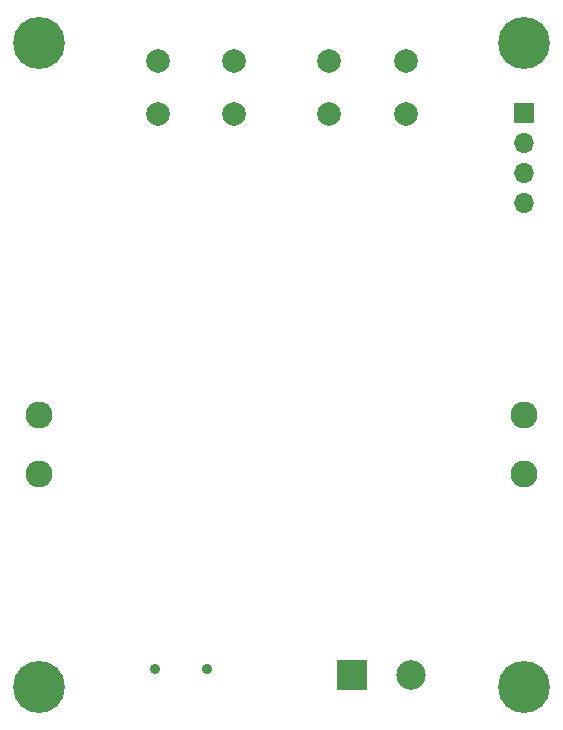
<source format=gbr>
%TF.GenerationSoftware,KiCad,Pcbnew,(5.1.6-0-10_14)*%
%TF.CreationDate,2021-02-05T00:28:22-08:00*%
%TF.ProjectId,version1,76657273-696f-46e3-912e-6b696361645f,rev?*%
%TF.SameCoordinates,Original*%
%TF.FileFunction,Soldermask,Bot*%
%TF.FilePolarity,Negative*%
%FSLAX46Y46*%
G04 Gerber Fmt 4.6, Leading zero omitted, Abs format (unit mm)*
G04 Created by KiCad (PCBNEW (5.1.6-0-10_14)) date 2021-02-05 00:28:22*
%MOMM*%
%LPD*%
G01*
G04 APERTURE LIST*
%ADD10C,0.700000*%
%ADD11C,4.400000*%
%ADD12C,2.000000*%
%ADD13C,2.500000*%
%ADD14R,2.500000X2.500000*%
%ADD15C,2.286000*%
%ADD16C,0.900000*%
%ADD17O,1.700000X1.700000*%
%ADD18R,1.700000X1.700000*%
G04 APERTURE END LIST*
D10*
%TO.C,H4*%
X145666726Y-52333274D03*
X144500000Y-51850000D03*
X143333274Y-52333274D03*
X142850000Y-53500000D03*
X143333274Y-54666726D03*
X144500000Y-55150000D03*
X145666726Y-54666726D03*
X146150000Y-53500000D03*
D11*
X144500000Y-53500000D03*
%TD*%
D10*
%TO.C,H3*%
X104666726Y-52333274D03*
X103500000Y-51850000D03*
X102333274Y-52333274D03*
X101850000Y-53500000D03*
X102333274Y-54666726D03*
X103500000Y-55150000D03*
X104666726Y-54666726D03*
X105150000Y-53500000D03*
D11*
X103500000Y-53500000D03*
%TD*%
D10*
%TO.C,H2*%
X104666726Y-106833274D03*
X103500000Y-106350000D03*
X102333274Y-106833274D03*
X101850000Y-108000000D03*
X102333274Y-109166726D03*
X103500000Y-109650000D03*
X104666726Y-109166726D03*
X105150000Y-108000000D03*
D11*
X103500000Y-108000000D03*
%TD*%
D10*
%TO.C,H1*%
X145666726Y-106833274D03*
X144500000Y-106350000D03*
X143333274Y-106833274D03*
X142850000Y-108000000D03*
X143333274Y-109166726D03*
X144500000Y-109650000D03*
X145666726Y-109166726D03*
X146150000Y-108000000D03*
D11*
X144500000Y-108000000D03*
%TD*%
D12*
%TO.C,SW3*%
X134500000Y-55000000D03*
X134500000Y-59500000D03*
X128000000Y-55000000D03*
X128000000Y-59500000D03*
%TD*%
%TO.C,SW1*%
X120000000Y-55000000D03*
X120000000Y-59500000D03*
X113500000Y-55000000D03*
X113500000Y-59500000D03*
%TD*%
D13*
%TO.C,J3*%
X135000000Y-107000000D03*
D14*
X130000000Y-107000000D03*
%TD*%
D15*
%TO.C,J2*%
X144500000Y-90000000D03*
X144500000Y-85000000D03*
X103500000Y-90000000D03*
X103500000Y-85000000D03*
%TD*%
D16*
%TO.C,J1*%
X117700000Y-106500000D03*
X113300000Y-106500000D03*
%TD*%
D17*
%TO.C,J4*%
X144500000Y-67020000D03*
X144500000Y-64480000D03*
X144500000Y-61940000D03*
D18*
X144500000Y-59400000D03*
%TD*%
M02*

</source>
